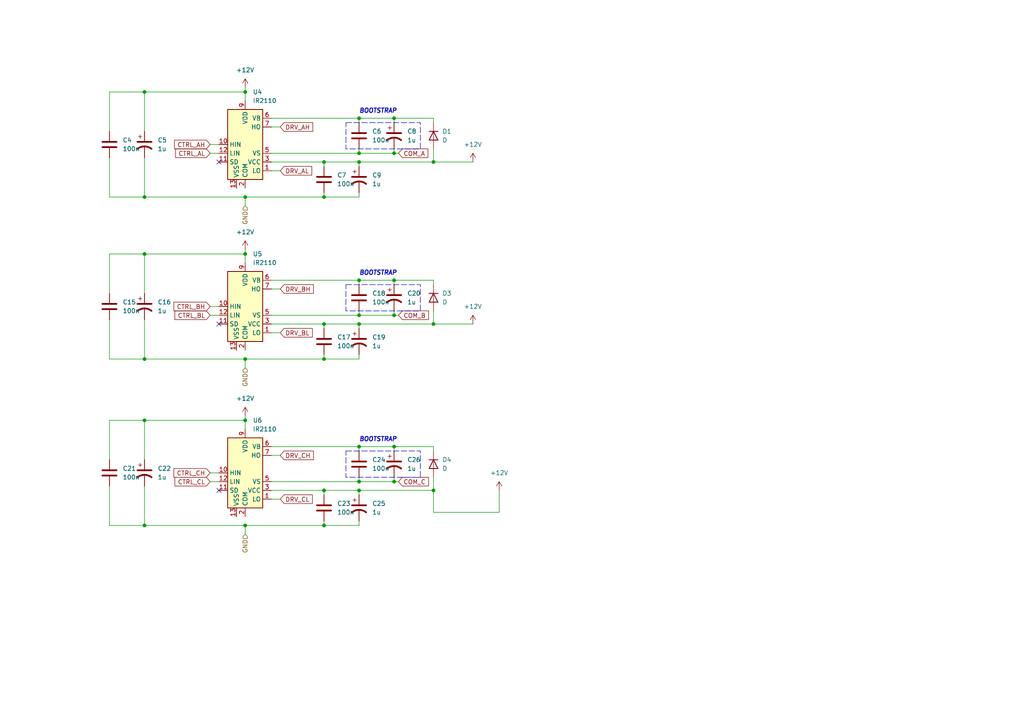
<source format=kicad_sch>
(kicad_sch (version 20230121) (generator eeschema)
  (paper "A4")
  (lib_symbols
    (symbol "Device:C" (pin_numbers hide) (pin_names (offset 0.254))
      (property "Reference" "C" (at 0.635 2.54 0))
      (property "Value" "C" (at 0.635 -2.54 0))
      (symbol "C_0_1"
        (polyline (pts (xy -2.032 -0.762) (xy 2.032 -0.762)) (stroke (width 0.508)))
        (polyline (pts (xy -2.032 0.762) (xy 2.032 0.762)) (stroke (width 0.508)))
      )
      (symbol "C_1_1"
        (pin passive line (at 0 3.81 270) (length 2.794) (name "~") (number "1"))
        (pin passive line (at 0 -3.81 90) (length 2.794) (name "~") (number "2"))
      )
    )
    (symbol "Device:C_Polarized_US" (pin_numbers hide) (pin_names (offset 0.254) hide)
      (property "Reference" "C" (at 0.635 2.54 0))
      (property "Value" "C_Polarized_US" (at 0.635 -2.54 0))
      (symbol "C_Polarized_US_0_1"
        (polyline (pts (xy -2.032 0.762) (xy 2.032 0.762)) (stroke (width 0.508)))
        (polyline (pts (xy -1.778 2.286) (xy -0.762 2.286)))
        (polyline (pts (xy -1.27 1.778) (xy -1.27 2.794)))
        (arc (start 2.032 -1.27) (mid 0 -0.5572) (end -2.032 -1.27) (stroke (width 0.508)))
      )
      (symbol "C_Polarized_US_1_1"
        (pin passive line (at 0 3.81 270) (length 2.794) (name "~") (number "1"))
        (pin passive line (at 0 -3.81 90) (length 3.302) (name "~") (number "2"))
      )
    )
    (symbol "Device:D" (pin_numbers hide) (pin_names (offset 1.016) hide)
      (property "Reference" "D" (at 0 2.54 0))
      (property "Value" "D" (at 0 -2.54 0))
      (symbol "D_0_1"
        (polyline (pts (xy -1.27 1.27) (xy -1.27 -1.27)) (stroke (width 0.254)))
        (polyline (pts (xy 1.27 0) (xy -1.27 0)))
        (polyline (pts (xy 1.27 1.27) (xy 1.27 -1.27) (xy -1.27 0) (xy 1.27 1.27)) (stroke (width 0.254)))
      )
      (symbol "D_1_1"
        (pin passive line (at -3.81 0 0) (length 2.54) (name "K") (number "1"))
        (pin passive line (at 3.81 0 180) (length 2.54) (name "A") (number "2"))
      )
    )
    (symbol "Driver_FET:IR2110"
      (property "Reference" "U" (at 1.27 13.335 0))
      (property "Value" "IR2110" (at 1.27 11.43 0))
      (symbol "IR2110_0_1"
        (rectangle (start -5.08 -10.16) (end 5.08 10.16) (stroke (width 0.254)) (fill (type background)))
      )
      (symbol "IR2110_1_1"
        (pin output line (at 7.62 -7.62 180) (length 2.54) (name "LO") (number "1"))
        (pin input line (at -7.62 0 0) (length 2.54) (name "HIN") (number "10"))
        (pin input line (at -7.62 -5.08 0) (length 2.54) (name "SD") (number "11"))
        (pin input line (at -7.62 -2.54 0) (length 2.54) (name "LIN") (number "12"))
        (pin power_in line (at -2.54 -12.7 90) (length 2.54) (name "VSS") (number "13"))
        (pin no_connect line (at -5.08 2.54 0) (length 2.54) hide (name "NC") (number "14"))
        (pin power_in line (at 0 -12.7 90) (length 2.54) (name "COM") (number "2"))
        (pin power_in line (at 7.62 -5.08 180) (length 2.54) (name "VCC") (number "3"))
        (pin no_connect line (at -5.08 7.62 0) (length 2.54) hide (name "NC") (number "4"))
        (pin passive line (at 7.62 -2.54 180) (length 2.54) (name "VS") (number "5"))
        (pin passive line (at 7.62 7.62 180) (length 2.54) (name "VB") (number "6"))
        (pin output line (at 7.62 5.08 180) (length 2.54) (name "HO") (number "7"))
        (pin no_connect line (at -5.08 5.08 0) (length 2.54) hide (name "NC") (number "8"))
        (pin power_in line (at 0 12.7 270) (length 2.54) (name "VDD") (number "9"))
      )
    )
    (symbol "power:+12V" (power) (pin_names (offset 0))
      (property "Value" "+12V" (at 0 3.556 0))
      (symbol "+12V_0_1"
        (polyline (pts (xy -0.762 1.27) (xy 0 2.54)))
        (polyline (pts (xy 0 0) (xy 0 2.54)))
        (polyline (pts (xy 0 2.54) (xy 0.762 1.27)))
      )
      (symbol "+12V_1_1"
        (pin power_in line (at 0 0 90) (length 0) hide (name "+12V") (number "1"))
      )
    )
  )
  (junction (at 114.3 129.54))
  (junction (at 114.3 34.29))
  (junction (at 71.12 104.14))
  (junction (at 93.98 57.15))
  (junction (at 114.3 81.28))
  (junction (at 114.3 139.7))
  (junction (at 114.3 44.45))
  (junction (at 41.91 121.92))
  (junction (at 93.98 104.14))
  (junction (at 104.14 44.45))
  (junction (at 71.12 121.92))
  (junction (at 41.91 104.14))
  (junction (at 104.14 91.44))
  (junction (at 104.14 81.28))
  (junction (at 93.98 142.24))
  (junction (at 71.12 152.4))
  (junction (at 41.91 73.66))
  (junction (at 125.73 93.98))
  (junction (at 41.91 57.15))
  (junction (at 71.12 57.15))
  (junction (at 93.98 46.99))
  (junction (at 104.14 34.29))
  (junction (at 71.12 26.67))
  (junction (at 41.91 26.67))
  (junction (at 104.14 139.7))
  (junction (at 104.14 93.98))
  (junction (at 71.12 73.66))
  (junction (at 104.14 46.99))
  (junction (at 93.98 93.98))
  (junction (at 104.14 142.24))
  (junction (at 104.14 129.54))
  (junction (at 125.73 142.24))
  (junction (at 125.73 46.99))
  (junction (at 93.98 152.4))
  (junction (at 114.3 91.44))
  (junction (at 41.91 152.4))
  (no_connect (at 63.5 46.99))
  (no_connect (at 63.5 93.98))
  (no_connect (at 63.5 142.24))
  (wire (pts (xy 104.14 43.18) (xy 104.14 44.45)))
  (wire (pts (xy 78.74 91.44) (xy 104.14 91.44)))
  (wire (pts (xy 41.91 121.92) (xy 41.91 133.35)))
  (wire (pts (xy 104.14 91.44) (xy 114.3 91.44)))
  (wire (pts (xy 78.74 144.78) (xy 81.28 144.78)))
  (wire (pts (xy 41.91 121.92) (xy 71.12 121.92)))
  (wire (pts (xy 104.14 151.13) (xy 104.14 152.4)))
  (wire (pts (xy 93.98 102.87) (xy 93.98 104.14)))
  (wire (pts (xy 125.73 130.81) (xy 125.73 129.54)))
  (wire (pts (xy 93.98 93.98) (xy 93.98 95.25)))
  (wire (pts (xy 125.73 81.28) (xy 114.3 81.28)))
  (wire (pts (xy 104.14 129.54) (xy 114.3 129.54)))
  (wire (pts (xy 78.74 34.29) (xy 104.14 34.29)))
  (wire (pts (xy 114.3 139.7) (xy 115.57 139.7)))
  (wire (pts (xy 41.91 26.67) (xy 41.91 38.1)))
  (wire (pts (xy 71.12 124.46) (xy 71.12 121.92)))
  (wire (pts (xy 125.73 46.99) (xy 137.16 46.99)))
  (wire (pts (xy 78.74 46.99) (xy 93.98 46.99)))
  (wire (pts (xy 41.91 152.4) (xy 71.12 152.4)))
  (wire (pts (xy 71.12 104.14) (xy 93.98 104.14)))
  (wire (pts (xy 104.14 44.45) (xy 114.3 44.45)))
  (wire (pts (xy 125.73 138.43) (xy 125.73 142.24)))
  (wire (pts (xy 78.74 81.28) (xy 104.14 81.28)))
  (wire (pts (xy 60.96 88.9) (xy 63.5 88.9)))
  (wire (pts (xy 41.91 104.14) (xy 71.12 104.14)))
  (wire (pts (xy 104.14 34.29) (xy 104.14 35.56)))
  (wire (pts (xy 31.75 73.66) (xy 31.75 85.09)))
  (wire (pts (xy 71.12 57.15) (xy 71.12 59.69)))
  (wire (pts (xy 104.14 139.7) (xy 114.3 139.7)))
  (wire (pts (xy 78.74 96.52) (xy 81.28 96.52)))
  (wire (pts (xy 93.98 151.13) (xy 93.98 152.4)))
  (wire (pts (xy 60.96 44.45) (xy 63.5 44.45)))
  (wire (pts (xy 104.14 152.4) (xy 93.98 152.4)))
  (wire (pts (xy 114.3 34.29) (xy 114.3 35.56)))
  (wire (pts (xy 31.75 104.14) (xy 41.91 104.14)))
  (wire (pts (xy 78.74 83.82) (xy 81.28 83.82)))
  (wire (pts (xy 31.75 26.67) (xy 31.75 38.1)))
  (wire (pts (xy 31.75 26.67) (xy 41.91 26.67)))
  (wire (pts (xy 78.74 132.08) (xy 81.28 132.08)))
  (wire (pts (xy 144.78 148.59) (xy 144.78 142.24)))
  (wire (pts (xy 104.14 142.24) (xy 125.73 142.24)))
  (wire (pts (xy 93.98 142.24) (xy 93.98 143.51)))
  (wire (pts (xy 104.14 93.98) (xy 104.14 95.25)))
  (wire (pts (xy 104.14 102.87) (xy 104.14 104.14)))
  (wire (pts (xy 71.12 29.21) (xy 71.12 26.67)))
  (wire (pts (xy 60.96 139.7) (xy 63.5 139.7)))
  (wire (pts (xy 104.14 57.15) (xy 93.98 57.15)))
  (wire (pts (xy 104.14 81.28) (xy 114.3 81.28)))
  (wire (pts (xy 71.12 152.4) (xy 93.98 152.4)))
  (wire (pts (xy 93.98 142.24) (xy 104.14 142.24)))
  (wire (pts (xy 125.73 90.17) (xy 125.73 93.98)))
  (wire (pts (xy 104.14 142.24) (xy 104.14 143.51)))
  (wire (pts (xy 60.96 91.44) (xy 63.5 91.44)))
  (wire (pts (xy 60.96 41.91) (xy 63.5 41.91)))
  (wire (pts (xy 31.75 45.72) (xy 31.75 57.15)))
  (wire (pts (xy 114.3 90.17) (xy 114.3 91.44)))
  (wire (pts (xy 125.73 148.59) (xy 125.73 142.24)))
  (wire (pts (xy 31.75 121.92) (xy 41.91 121.92)))
  (wire (pts (xy 71.12 120.65) (xy 71.12 121.92)))
  (wire (pts (xy 125.73 43.18) (xy 125.73 46.99)))
  (wire (pts (xy 125.73 34.29) (xy 114.3 34.29)))
  (wire (pts (xy 41.91 73.66) (xy 41.91 85.09)))
  (wire (pts (xy 78.74 129.54) (xy 104.14 129.54)))
  (wire (pts (xy 104.14 93.98) (xy 125.73 93.98)))
  (wire (pts (xy 31.75 121.92) (xy 31.75 133.35)))
  (wire (pts (xy 125.73 93.98) (xy 137.16 93.98)))
  (wire (pts (xy 104.14 129.54) (xy 104.14 130.81)))
  (wire (pts (xy 78.74 139.7) (xy 104.14 139.7)))
  (wire (pts (xy 114.3 44.45) (xy 115.57 44.45)))
  (wire (pts (xy 71.12 152.4) (xy 71.12 154.94)))
  (wire (pts (xy 41.91 73.66) (xy 71.12 73.66)))
  (wire (pts (xy 114.3 81.28) (xy 114.3 82.55)))
  (wire (pts (xy 114.3 43.18) (xy 114.3 44.45)))
  (wire (pts (xy 41.91 140.97) (xy 41.91 152.4)))
  (wire (pts (xy 125.73 35.56) (xy 125.73 34.29)))
  (wire (pts (xy 60.96 137.16) (xy 63.5 137.16)))
  (wire (pts (xy 41.91 45.72) (xy 41.91 57.15)))
  (wire (pts (xy 78.74 36.83) (xy 81.28 36.83)))
  (wire (pts (xy 114.3 91.44) (xy 115.57 91.44)))
  (wire (pts (xy 104.14 46.99) (xy 125.73 46.99)))
  (wire (pts (xy 104.14 138.43) (xy 104.14 139.7)))
  (wire (pts (xy 71.12 25.4) (xy 71.12 26.67)))
  (wire (pts (xy 71.12 57.15) (xy 93.98 57.15)))
  (wire (pts (xy 114.3 129.54) (xy 114.3 130.81)))
  (wire (pts (xy 71.12 76.2) (xy 71.12 73.66)))
  (wire (pts (xy 31.75 73.66) (xy 41.91 73.66)))
  (wire (pts (xy 78.74 142.24) (xy 93.98 142.24)))
  (wire (pts (xy 93.98 93.98) (xy 104.14 93.98)))
  (wire (pts (xy 41.91 92.71) (xy 41.91 104.14)))
  (wire (pts (xy 31.75 140.97) (xy 31.75 152.4)))
  (wire (pts (xy 104.14 46.99) (xy 104.14 48.26)))
  (wire (pts (xy 41.91 57.15) (xy 71.12 57.15)))
  (wire (pts (xy 125.73 148.59) (xy 144.78 148.59)))
  (wire (pts (xy 104.14 55.88) (xy 104.14 57.15)))
  (wire (pts (xy 71.12 104.14) (xy 71.12 106.68)))
  (wire (pts (xy 71.12 72.39) (xy 71.12 73.66)))
  (wire (pts (xy 114.3 138.43) (xy 114.3 139.7)))
  (wire (pts (xy 104.14 81.28) (xy 104.14 82.55)))
  (wire (pts (xy 31.75 57.15) (xy 41.91 57.15)))
  (wire (pts (xy 41.91 26.67) (xy 71.12 26.67)))
  (wire (pts (xy 31.75 92.71) (xy 31.75 104.14)))
  (wire (pts (xy 93.98 46.99) (xy 104.14 46.99)))
  (wire (pts (xy 125.73 82.55) (xy 125.73 81.28)))
  (wire (pts (xy 31.75 152.4) (xy 41.91 152.4)))
  (wire (pts (xy 104.14 34.29) (xy 114.3 34.29)))
  (wire (pts (xy 93.98 46.99) (xy 93.98 48.26)))
  (wire (pts (xy 93.98 55.88) (xy 93.98 57.15)))
  (wire (pts (xy 78.74 93.98) (xy 93.98 93.98)))
  (wire (pts (xy 104.14 90.17) (xy 104.14 91.44)))
  (wire (pts (xy 78.74 44.45) (xy 104.14 44.45)))
  (wire (pts (xy 125.73 129.54) (xy 114.3 129.54)))
  (wire (pts (xy 78.74 49.53) (xy 81.28 49.53)))
  (wire (pts (xy 104.14 104.14) (xy 93.98 104.14)))
  (rectangle (start 100.33 35.56) (end 121.92 43.18) (stroke (width 0) (type dash)))
  (rectangle (start 100.33 82.55) (end 121.92 90.17) (stroke (width 0) (type dash)))
  (rectangle (start 100.33 130.81) (end 121.92 138.43) (stroke (width 0) (type dash)))
  (text "BOOTSTRAP" (at 104.14 33.02 0) (effects (font (size 1.27 1.27) (thickness 0.254) bold italic) (justify left bottom)))
  (text "BOOTSTRAP" (at 104.14 80.01 0) (effects (font (size 1.27 1.27) (thickness 0.254) bold italic) (justify left bottom)))
  (text "BOOTSTRAP" (at 104.14 128.27 0) (effects (font (size 1.27 1.27) (thickness 0.254) bold italic) (justify left bottom)))
  (global_label "COM_B" (shape input) (at 115.57 91.44 0) (property "Intersheetrefs" "${INTERSHEET_REFS}" (effects hide)))
  (global_label "DRV_BL" (shape input) (at 81.28 96.52 0) (property "Intersheetrefs" "${INTERSHEET_REFS}" (effects hide)))
  (global_label "CTRL_AL" (shape input) (at 60.96 44.45 180) (property "Intersheetrefs" "${INTERSHEET_REFS}" (effects hide)))
  (global_label "CTRL_CL" (shape input) (at 60.96 139.7 180) (property "Intersheetrefs" "${INTERSHEET_REFS}" (effects hide)))
  (global_label "COM_A" (shape input) (at 115.57 44.45 0) (property "Intersheetrefs" "${INTERSHEET_REFS}" (effects hide)))
  (global_label "DRV_CH" (shape input) (at 81.28 132.08 0) (property "Intersheetrefs" "${INTERSHEET_REFS}" (effects hide)))
  (global_label "CTRL_CH" (shape input) (at 60.96 137.16 180) (property "Intersheetrefs" "${INTERSHEET_REFS}" (effects hide)))
  (global_label "DRV_AH" (shape input) (at 81.28 36.83 0) (property "Intersheetrefs" "${INTERSHEET_REFS}" (effects hide)))
  (global_label "CTRL_BL" (shape input) (at 60.96 91.44 180) (property "Intersheetrefs" "${INTERSHEET_REFS}" (effects hide)))
  (global_label "CTRL_BH" (shape input) (at 60.96 88.9 180) (property "Intersheetrefs" "${INTERSHEET_REFS}" (effects hide)))
  (global_label "DRV_AL" (shape input) (at 81.28 49.53 0) (property "Intersheetrefs" "${INTERSHEET_REFS}" (effects hide)))
  (global_label "COM_C" (shape input) (at 115.57 139.7 0) (property "Intersheetrefs" "${INTERSHEET_REFS}" (effects hide)))
  (global_label "CTRL_AH" (shape input) (at 60.96 41.91 180) (property "Intersheetrefs" "${INTERSHEET_REFS}" (effects hide)))
  (global_label "DRV_CL" (shape input) (at 81.28 144.78 0) (property "Intersheetrefs" "${INTERSHEET_REFS}" (effects hide)))
  (global_label "DRV_BH" (shape input) (at 81.28 83.82 0) (property "Intersheetrefs" "${INTERSHEET_REFS}" (effects hide)))
  (hierarchical_label "GND" (shape input) (at 71.12 154.94 270))
  (hierarchical_label "GND" (shape input) (at 71.12 106.68 270))
  (hierarchical_label "GND" (shape input) (at 71.12 59.69 270))
  (symbol (lib_id "Driver_FET:IR2110") (at 71.12 137.16 0) (unit 1)
    (property "Reference" "U6" (at 73.3141 121.92 0) (effects (justify left)))
    (property "Value" "IR2110" (at 73.3141 124.46 0) (effects (justify left)))
    (property "Footprint" "Package_DIP:DIP-14_W7.62mm_Socket_LongPads" (effects hide))
    (property "Datasheet" "https://www.infineon.com/dgdl/ir2110.pdf?fileId=5546d462533600a4015355c80333167e" (effects hide))
  )
  (symbol (lib_id "Device:C_Polarized_US") (at 104.14 99.06 0) (unit 1)
    (property "Reference" "C19" (at 107.95 97.79 0) (effects (justify left)))
    (property "Value" "1u" (at 107.95 100.33 0) (effects (justify left)))
    (property "Footprint" "Capacitor_SMD:CP_Elec_5x4.4" (effects hide))
  )
  (symbol (lib_id "Device:C") (at 93.98 147.32 0) (unit 1)
    (property "Reference" "C23" (at 97.79 146.05 0) (effects (justify left)))
    (property "Value" "100n" (at 97.79 148.59 0) (effects (justify left)))
    (property "Footprint" "Capacitor_SMD:C_0805_2012Metric_Pad1.18x1.45mm_HandSolder" (effects hide))
  )
  (symbol (lib_id "power:+12V") (at 137.16 93.98 0) (unit 1)
    (property "Reference" "#PWR015" (effects hide))
    (property "Value" "+12V" (at 137.16 88.9 0))
  )
  (symbol (lib_id "Device:D") (at 125.73 39.37 270) (unit 1)
    (property "Reference" "D1" (at 128.27 38.1 90) (effects (justify left)))
    (property "Value" "D" (at 128.27 40.64 90) (effects (justify left)))
    (property "Footprint" "Diode_SMD:D_SMA_Handsoldering" (effects hide))
    (property "Sim.Device" "D" (effects hide))
    (property "Sim.Pins" "1=K 2=A" (effects hide))
  )
  (symbol (lib_id "Device:C_Polarized_US") (at 114.3 39.37 0) (unit 1)
    (property "Reference" "C8" (at 118.11 38.1 0) (effects (justify left)))
    (property "Value" "1u" (at 118.11 40.64 0) (effects (justify left)))
    (property "Footprint" "Capacitor_SMD:CP_Elec_5x4.4" (effects hide))
  )
  (symbol (lib_id "power:+12V") (at 71.12 25.4 0) (unit 1)
    (property "Reference" "#PWR011" (effects hide))
    (property "Value" "+12V" (at 71.12 20.32 0))
  )
  (symbol (lib_id "Device:C") (at 31.75 41.91 0) (unit 1)
    (property "Reference" "C4" (at 35.56 40.64 0) (effects (justify left)))
    (property "Value" "100n" (at 35.56 43.18 0) (effects (justify left)))
    (property "Footprint" "Capacitor_SMD:C_0805_2012Metric_Pad1.18x1.45mm_HandSolder" (effects hide))
  )
  (symbol (lib_id "Device:D") (at 125.73 86.36 270) (unit 1)
    (property "Reference" "D3" (at 128.27 85.09 90) (effects (justify left)))
    (property "Value" "D" (at 128.27 87.63 90) (effects (justify left)))
    (property "Footprint" "Diode_SMD:D_SMA_Handsoldering" (effects hide))
    (property "Sim.Device" "D" (effects hide))
    (property "Sim.Pins" "1=K 2=A" (effects hide))
  )
  (symbol (lib_id "power:+12V") (at 144.78 142.24 0) (unit 1)
    (property "Reference" "#PWR017" (effects hide))
    (property "Value" "+12V" (at 144.78 137.16 0))
  )
  (symbol (lib_id "Device:C") (at 104.14 39.37 0) (unit 1)
    (property "Reference" "C6" (at 107.95 38.1 0) (effects (justify left)))
    (property "Value" "100n" (at 107.95 40.64 0) (effects (justify left)))
    (property "Footprint" "Capacitor_SMD:C_0805_2012Metric_Pad1.18x1.45mm_HandSolder" (effects hide))
  )
  (symbol (lib_id "Device:C_Polarized_US") (at 104.14 52.07 0) (unit 1)
    (property "Reference" "C9" (at 107.95 50.8 0) (effects (justify left)))
    (property "Value" "1u" (at 107.95 53.34 0) (effects (justify left)))
    (property "Footprint" "Capacitor_SMD:CP_Elec_5x4.4" (effects hide))
  )
  (symbol (lib_id "power:+12V") (at 137.16 46.99 0) (unit 1)
    (property "Reference" "#PWR012" (effects hide))
    (property "Value" "+12V" (at 137.16 41.91 0))
  )
  (symbol (lib_id "Device:C") (at 93.98 99.06 0) (unit 1)
    (property "Reference" "C17" (at 97.79 97.79 0) (effects (justify left)))
    (property "Value" "100n" (at 97.79 100.33 0) (effects (justify left)))
    (property "Footprint" "Capacitor_SMD:C_0805_2012Metric_Pad1.18x1.45mm_HandSolder" (effects hide))
  )
  (symbol (lib_id "Device:C_Polarized_US") (at 41.91 137.16 0) (unit 1)
    (property "Reference" "C22" (at 45.72 135.89 0) (effects (justify left)))
    (property "Value" "1u" (at 45.72 138.43 0) (effects (justify left)))
    (property "Footprint" "Capacitor_SMD:CP_Elec_5x4.4" (effects hide))
  )
  (symbol (lib_id "Driver_FET:IR2110") (at 71.12 88.9 0) (unit 1)
    (property "Reference" "U5" (at 73.3141 73.66 0) (effects (justify left)))
    (property "Value" "IR2110" (at 73.3141 76.2 0) (effects (justify left)))
    (property "Footprint" "Package_DIP:DIP-14_W7.62mm_Socket_LongPads" (effects hide))
    (property "Datasheet" "https://www.infineon.com/dgdl/ir2110.pdf?fileId=5546d462533600a4015355c80333167e" (effects hide))
  )
  (symbol (lib_id "power:+12V") (at 71.12 120.65 0) (unit 1)
    (property "Reference" "#PWR016" (effects hide))
    (property "Value" "+12V" (at 71.12 115.57 0))
  )
  (symbol (lib_id "Device:C_Polarized_US") (at 41.91 41.91 0) (unit 1)
    (property "Reference" "C5" (at 45.72 40.64 0) (effects (justify left)))
    (property "Value" "1u" (at 45.72 43.18 0) (effects (justify left)))
    (property "Footprint" "Capacitor_SMD:CP_Elec_5x4.4" (effects hide))
  )
  (symbol (lib_id "Driver_FET:IR2110") (at 71.12 41.91 0) (unit 1)
    (property "Reference" "U4" (at 73.3141 26.67 0) (effects (justify left)))
    (property "Value" "IR2110" (at 73.3141 29.21 0) (effects (justify left)))
    (property "Footprint" "Package_DIP:DIP-14_W7.62mm_Socket_LongPads" (effects hide))
    (property "Datasheet" "https://www.infineon.com/dgdl/ir2110.pdf?fileId=5546d462533600a4015355c80333167e" (effects hide))
  )
  (symbol (lib_id "Device:C") (at 104.14 86.36 0) (unit 1)
    (property "Reference" "C18" (at 107.95 85.09 0) (effects (justify left)))
    (property "Value" "100n" (at 107.95 87.63 0) (effects (justify left)))
    (property "Footprint" "Capacitor_SMD:C_0805_2012Metric_Pad1.18x1.45mm_HandSolder" (effects hide))
  )
  (symbol (lib_id "Device:C") (at 104.14 134.62 0) (unit 1)
    (property "Reference" "C24" (at 107.95 133.35 0) (effects (justify left)))
    (property "Value" "100n" (at 107.95 135.89 0) (effects (justify left)))
    (property "Footprint" "Capacitor_SMD:C_0805_2012Metric_Pad1.18x1.45mm_HandSolder" (effects hide))
  )
  (symbol (lib_id "Device:C_Polarized_US") (at 114.3 134.62 0) (unit 1)
    (property "Reference" "C26" (at 118.11 133.35 0) (effects (justify left)))
    (property "Value" "1u" (at 118.11 135.89 0) (effects (justify left)))
    (property "Footprint" "Capacitor_SMD:CP_Elec_5x4.4" (effects hide))
  )
  (symbol (lib_id "Device:C_Polarized_US") (at 104.14 147.32 0) (unit 1)
    (property "Reference" "C25" (at 107.95 146.05 0) (effects (justify left)))
    (property "Value" "1u" (at 107.95 148.59 0) (effects (justify left)))
    (property "Footprint" "Capacitor_SMD:CP_Elec_5x4.4" (effects hide))
  )
  (symbol (lib_id "Device:D") (at 125.73 134.62 270) (unit 1)
    (property "Reference" "D4" (at 128.27 133.35 90) (effects (justify left)))
    (property "Value" "D" (at 128.27 135.89 90) (effects (justify left)))
    (property "Footprint" "Diode_SMD:D_SMA_Handsoldering" (effects hide))
    (property "Sim.Device" "D" (effects hide))
    (property "Sim.Pins" "1=K 2=A" (effects hide))
  )
  (symbol (lib_id "Device:C") (at 31.75 88.9 0) (unit 1)
    (property "Reference" "C15" (at 35.56 87.63 0) (effects (justify left)))
    (property "Value" "100n" (at 35.56 90.17 0) (effects (justify left)))
    (property "Footprint" "Capacitor_SMD:C_0805_2012Metric_Pad1.18x1.45mm_HandSolder" (effects hide))
  )
  (symbol (lib_id "power:+12V") (at 71.12 72.39 0) (unit 1)
    (property "Reference" "#PWR014" (effects hide))
    (property "Value" "+12V" (at 71.12 67.31 0))
  )
  (symbol (lib_id "Device:C_Polarized_US") (at 114.3 86.36 0) (unit 1)
    (property "Reference" "C20" (at 118.11 85.09 0) (effects (justify left)))
    (property "Value" "1u" (at 118.11 87.63 0) (effects (justify left)))
    (property "Footprint" "Capacitor_SMD:CP_Elec_5x4.4" (effects hide))
  )
  (symbol (lib_id "Device:C") (at 31.75 137.16 0) (unit 1)
    (property "Reference" "C21" (at 35.56 135.89 0) (effects (justify left)))
    (property "Value" "100n" (at 35.56 138.43 0) (effects (justify left)))
    (property "Footprint" "Capacitor_SMD:C_0805_2012Metric_Pad1.18x1.45mm_HandSolder" (effects hide))
  )
  (symbol (lib_id "Device:C") (at 93.98 52.07 0) (unit 1)
    (property "Reference" "C7" (at 97.79 50.8 0) (effects (justify left)))
    (property "Value" "100n" (at 97.79 53.34 0) (effects (justify left)))
    (property "Footprint" "Capacitor_SMD:C_0805_2012Metric_Pad1.18x1.45mm_HandSolder" (effects hide))
  )
  (symbol (lib_id "Device:C_Polarized_US") (at 41.91 88.9 0) (unit 1)
    (property "Reference" "C16" (at 45.72 87.63 0) (effects (justify left)))
    (property "Value" "1u" (at 45.72 90.17 0) (effects (justify left)))
    (property "Footprint" "Capacitor_SMD:CP_Elec_5x4.4" (effects hide))
  )
)
</source>
